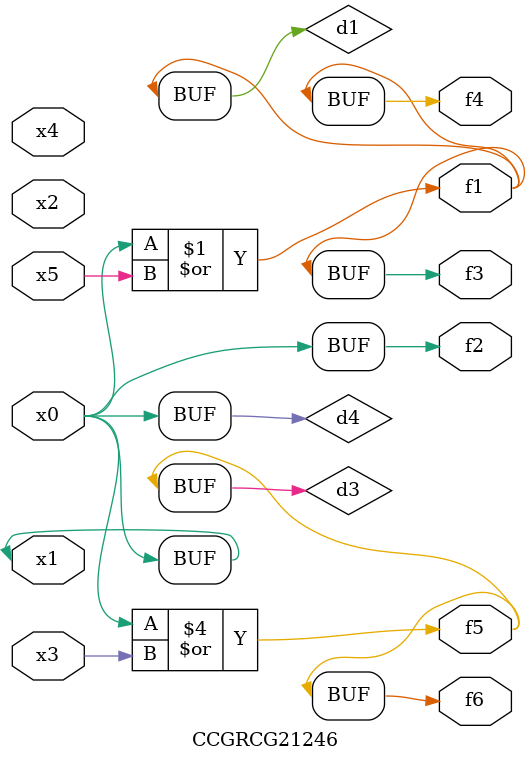
<source format=v>
module CCGRCG21246(
	input x0, x1, x2, x3, x4, x5,
	output f1, f2, f3, f4, f5, f6
);

	wire d1, d2, d3, d4;

	or (d1, x0, x5);
	xnor (d2, x1, x4);
	or (d3, x0, x3);
	buf (d4, x0, x1);
	assign f1 = d1;
	assign f2 = d4;
	assign f3 = d1;
	assign f4 = d1;
	assign f5 = d3;
	assign f6 = d3;
endmodule

</source>
